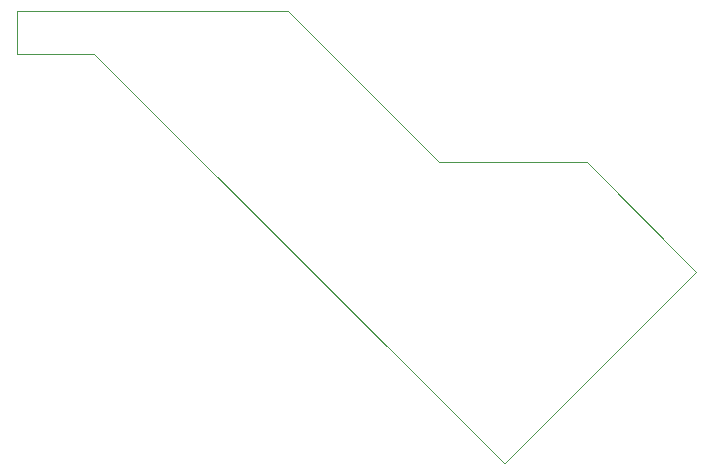
<source format=gbr>
%TF.GenerationSoftware,KiCad,Pcbnew,9.0.2*%
%TF.CreationDate,2025-07-19T22:24:43-05:00*%
%TF.ProjectId,XDS110 onboard prog breakout,58445331-3130-4206-9f6e-626f61726420,rev?*%
%TF.SameCoordinates,Original*%
%TF.FileFunction,Profile,NP*%
%FSLAX46Y46*%
G04 Gerber Fmt 4.6, Leading zero omitted, Abs format (unit mm)*
G04 Created by KiCad (PCBNEW 9.0.2) date 2025-07-19 22:24:43*
%MOMM*%
%LPD*%
G01*
G04 APERTURE LIST*
%TA.AperFunction,Profile*%
%ADD10C,0.050000*%
%TD*%
G04 APERTURE END LIST*
D10*
X121200000Y-106000000D02*
X133700000Y-106000000D01*
X143000000Y-115300000D01*
X126800000Y-131500000D01*
X126700000Y-131500000D01*
X92000000Y-96800000D01*
X85500000Y-96800000D01*
X85500000Y-93200000D01*
X108400000Y-93200000D01*
X121200000Y-106000000D01*
M02*

</source>
